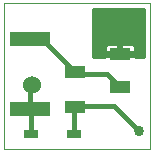
<source format=gbl>
G75*
%MOIN*%
%OFA0B0*%
%FSLAX24Y24*%
%IPPOS*%
%LPD*%
%AMOC8*
5,1,8,0,0,1.08239X$1,22.5*
%
%ADD10C,0.0000*%
%ADD11R,0.0472X0.0276*%
%ADD12R,0.0690X0.0440*%
%ADD13R,0.1320X0.0470*%
%ADD14R,0.0709X0.0394*%
%ADD15C,0.0120*%
%ADD16C,0.0340*%
%ADD17C,0.0160*%
%ADD18C,0.0600*%
D10*
X000475Y000600D02*
X000475Y005470D01*
X005342Y005470D01*
X005342Y000600D01*
X000475Y000600D01*
D11*
X001372Y001100D03*
X002828Y001100D03*
D12*
X002850Y002020D03*
X002850Y003180D03*
D13*
X001350Y004270D03*
X001350Y001930D03*
D14*
X004350Y002674D03*
X004350Y003776D03*
D15*
X002850Y003180D02*
X002870Y003120D01*
X002850Y003180D02*
X002750Y003240D01*
X002870Y002040D02*
X002850Y002020D01*
X001430Y004200D02*
X001350Y004270D01*
D16*
X004975Y001225D03*
D17*
X004160Y002040D01*
X002870Y002040D01*
X002850Y002020D02*
X002828Y001998D01*
X002828Y001100D01*
X001372Y001100D02*
X001372Y001908D01*
X001350Y001930D01*
X001350Y002680D01*
X001430Y002760D01*
X001430Y004200D02*
X001830Y004200D01*
X002850Y003180D01*
X002870Y003120D02*
X003904Y003120D01*
X004350Y002674D01*
X004332Y003758D02*
X003816Y003758D01*
X003816Y003725D01*
X003475Y003725D01*
X003475Y005240D01*
X005112Y005240D01*
X005112Y003725D01*
X004884Y003725D01*
X004884Y003758D01*
X004368Y003758D01*
X004368Y003795D01*
X004332Y003795D01*
X004332Y004153D01*
X003972Y004153D01*
X003926Y004141D01*
X003885Y004117D01*
X003852Y004084D01*
X003828Y004043D01*
X003816Y003997D01*
X003816Y003795D01*
X004332Y003795D01*
X004332Y003758D01*
X004332Y003770D02*
X003475Y003770D01*
X003475Y003929D02*
X003816Y003929D01*
X003855Y004087D02*
X003475Y004087D01*
X003475Y004246D02*
X005112Y004246D01*
X005112Y004404D02*
X003475Y004404D01*
X003475Y004563D02*
X005112Y004563D01*
X005112Y004721D02*
X003475Y004721D01*
X003475Y004880D02*
X005112Y004880D01*
X005112Y005038D02*
X003475Y005038D01*
X003475Y005197D02*
X005112Y005197D01*
X004774Y004141D02*
X004728Y004153D01*
X004368Y004153D01*
X004368Y003795D01*
X004884Y003795D01*
X004884Y003997D01*
X004872Y004043D01*
X004848Y004084D01*
X004815Y004117D01*
X004774Y004141D01*
X004845Y004087D02*
X005112Y004087D01*
X005112Y003929D02*
X004884Y003929D01*
X005112Y003770D02*
X004368Y003770D01*
X004368Y003929D02*
X004332Y003929D01*
X004332Y004087D02*
X004368Y004087D01*
D18*
X001430Y002760D03*
M02*

</source>
